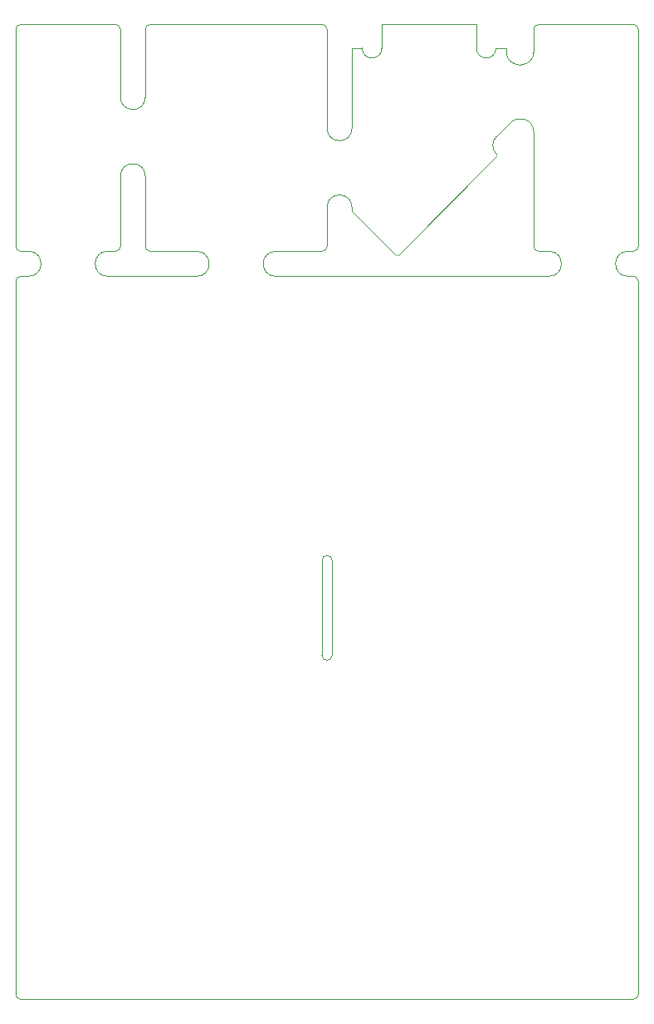
<source format=gm1>
G04 #@! TF.GenerationSoftware,KiCad,Pcbnew,5.1.12-84ad8e8a86~92~ubuntu16.04.1*
G04 #@! TF.CreationDate,2022-06-26T12:08:55+02:00*
G04 #@! TF.ProjectId,LedBar,4c656442-6172-42e6-9b69-6361645f7063,rev?*
G04 #@! TF.SameCoordinates,Original*
G04 #@! TF.FileFunction,Profile,NP*
%FSLAX46Y46*%
G04 Gerber Fmt 4.6, Leading zero omitted, Abs format (unit mm)*
G04 Created by KiCad (PCBNEW 5.1.12-84ad8e8a86~92~ubuntu16.04.1) date 2022-06-26 12:08:55*
%MOMM*%
%LPD*%
G01*
G04 APERTURE LIST*
G04 #@! TA.AperFunction,Profile*
%ADD10C,0.050000*%
G04 #@! TD*
G04 APERTURE END LIST*
D10*
X168401999Y-58674001D02*
G75*
G02*
X168401999Y-58927999I-126999J-126999D01*
G01*
X158368999Y-68960999D02*
G75*
G02*
X158115001Y-68960999I-126999J126999D01*
G01*
X168402000Y-58674000D02*
G75*
G02*
X168402000Y-56896000I889000J889000D01*
G01*
X169672000Y-55626000D02*
X168402000Y-56896000D01*
X153670000Y-64516000D02*
X158115000Y-68961000D01*
X158369000Y-68961000D02*
X168402000Y-58928000D01*
X119888000Y-144780000D02*
G75*
G02*
X119380000Y-144272000I0J508000D01*
G01*
X182880000Y-144272000D02*
G75*
G02*
X182372000Y-144780000I-508000J0D01*
G01*
X182372000Y-71120000D02*
G75*
G02*
X182880000Y-71628000I0J-508000D01*
G01*
X182880000Y-68072000D02*
G75*
G02*
X182372000Y-68580000I-508000J0D01*
G01*
X172720000Y-68580000D02*
G75*
G02*
X172212000Y-68072000I0J508000D01*
G01*
X182372000Y-45466000D02*
G75*
G02*
X182880000Y-45974000I0J-508000D01*
G01*
X172212000Y-45974000D02*
G75*
G02*
X172720000Y-45466000I508000J0D01*
G01*
X151130000Y-68072000D02*
G75*
G02*
X150622000Y-68580000I-508000J0D01*
G01*
X150622000Y-45466000D02*
G75*
G02*
X151130000Y-45974000I0J-508000D01*
G01*
X132588000Y-45974000D02*
G75*
G02*
X133096000Y-45466000I508000J0D01*
G01*
X133096000Y-68580000D02*
G75*
G02*
X132588000Y-68072000I0J508000D01*
G01*
X130048000Y-68072000D02*
G75*
G02*
X129540000Y-68580000I-508000J0D01*
G01*
X129540000Y-45466000D02*
G75*
G02*
X130048000Y-45974000I0J-508000D01*
G01*
X119380000Y-45974000D02*
G75*
G02*
X119888000Y-45466000I508000J0D01*
G01*
X119380000Y-71628000D02*
G75*
G02*
X119888000Y-71120000I508000J0D01*
G01*
X119888000Y-68580000D02*
G75*
G02*
X119380000Y-68072000I0J508000D01*
G01*
X182245000Y-71120000D02*
X182372000Y-71120000D01*
X173355000Y-68580000D02*
X172720000Y-68580000D01*
X182245000Y-68580000D02*
X182372000Y-68580000D01*
X172212000Y-56769000D02*
X172212000Y-68072000D01*
X182880000Y-45974000D02*
X182880000Y-68072000D01*
X172720000Y-45466000D02*
X182372000Y-45466000D01*
X172212000Y-47879000D02*
X172212000Y-45974000D01*
X120269000Y-71120000D02*
X119888000Y-71120000D01*
X119888000Y-68580000D02*
X120269000Y-68580000D01*
X153670000Y-47879000D02*
X153670000Y-55626000D01*
X151130000Y-45974000D02*
X151130000Y-55626000D01*
X132588000Y-52451000D02*
X132588000Y-45974000D01*
X146304000Y-68580000D02*
X150622000Y-68580000D01*
X133096000Y-68580000D02*
X137414000Y-68580000D01*
X132588000Y-61341000D02*
X132588000Y-68072000D01*
X129159000Y-71120000D02*
X137414000Y-71120000D01*
X130048000Y-61341000D02*
X130048000Y-68072000D01*
X130048000Y-45974000D02*
X130048000Y-52451000D01*
X129159000Y-68580000D02*
X129540000Y-68580000D01*
X146304000Y-71120000D02*
X173355000Y-71120000D01*
X119380000Y-68072000D02*
X119380000Y-45974000D01*
X151130000Y-64516000D02*
X151130000Y-68072000D01*
X133096000Y-45466000D02*
X150622000Y-45466000D01*
X119888000Y-45466000D02*
X129540000Y-45466000D01*
X119380000Y-144272000D02*
X119380000Y-71628000D01*
X182372000Y-144780000D02*
X119888000Y-144780000D01*
X182880000Y-71628000D02*
X182880000Y-144272000D01*
X150610000Y-109728000D02*
X150610000Y-100076000D01*
X151650000Y-109728000D02*
X151650000Y-100076000D01*
X151650000Y-109728000D02*
G75*
G02*
X150610000Y-109728000I-520000J0D01*
G01*
X150610000Y-100076000D02*
G75*
G02*
X151650000Y-100076000I520000J0D01*
G01*
X169418000Y-47879000D02*
X168370000Y-47879000D01*
X154718000Y-47879000D02*
X153670000Y-47879000D01*
X156718000Y-45466000D02*
X166370000Y-45466000D01*
X166370000Y-45466000D02*
X166370000Y-47879000D01*
X156718000Y-47879000D02*
X156718000Y-45466000D01*
X154718000Y-47879000D02*
G75*
G03*
X156718000Y-47879000I1000000J0D01*
G01*
X166370000Y-47879000D02*
G75*
G03*
X168370000Y-47879000I1000000J0D01*
G01*
X120684000Y-71120000D02*
X120269000Y-71120000D01*
X120684000Y-68580000D02*
X120269000Y-68580000D01*
X128744000Y-68580000D02*
X129159000Y-68580000D01*
X128744000Y-71120000D02*
X129159000Y-71120000D01*
X128744000Y-71120000D02*
G75*
G02*
X128744000Y-68580000I0J1270000D01*
G01*
X120684000Y-68580000D02*
G75*
G02*
X120684000Y-71120000I0J-1270000D01*
G01*
X132588000Y-60926000D02*
X132588000Y-61341000D01*
X130048000Y-60926000D02*
X130048000Y-61341000D01*
X130048000Y-52866000D02*
X130048000Y-52451000D01*
X132588000Y-52866000D02*
X132588000Y-52451000D01*
X132588000Y-52866000D02*
G75*
G02*
X130048000Y-52866000I-1270000J0D01*
G01*
X130048000Y-60926000D02*
G75*
G02*
X132588000Y-60926000I1270000J0D01*
G01*
X145889000Y-71120000D02*
X146304000Y-71120000D01*
X145889000Y-68580000D02*
X146304000Y-68580000D01*
X137829000Y-68580000D02*
X137414000Y-68580000D01*
X137829000Y-71120000D02*
X137414000Y-71120000D01*
X137829000Y-68580000D02*
G75*
G02*
X137829000Y-71120000I0J-1270000D01*
G01*
X145889000Y-71120000D02*
G75*
G02*
X145889000Y-68580000I0J1270000D01*
G01*
X153670000Y-64101000D02*
X153670000Y-64516000D01*
X151130000Y-64101000D02*
X151130000Y-64516000D01*
X151130000Y-56041000D02*
X151130000Y-55626000D01*
X153670000Y-56041000D02*
X153670000Y-55626000D01*
X153670000Y-56041000D02*
G75*
G02*
X151130000Y-56041000I-1270000J0D01*
G01*
X151130000Y-64101000D02*
G75*
G02*
X153670000Y-64101000I1270000J0D01*
G01*
X172212000Y-56354000D02*
X172212000Y-56769000D01*
X169418000Y-48294000D02*
X169418000Y-47879000D01*
X172212000Y-48294000D02*
X172212000Y-47879000D01*
X170688000Y-49564000D02*
X170942000Y-49564000D01*
X170942000Y-55084000D02*
X170747826Y-55084000D01*
X169849800Y-55455974D02*
X169672000Y-55626000D01*
X169849800Y-55455974D02*
G75*
G02*
X170747826Y-55084000I898026J-898026D01*
G01*
X170688000Y-49564000D02*
G75*
G02*
X169418000Y-48294000I0J1270000D01*
G01*
X172212000Y-48294000D02*
G75*
G02*
X170942000Y-49564000I-1270000J0D01*
G01*
X170942000Y-55084000D02*
G75*
G02*
X172212000Y-56354000I0J-1270000D01*
G01*
X181830000Y-71120000D02*
X182245000Y-71120000D01*
X181830000Y-68580000D02*
X182245000Y-68580000D01*
X173770000Y-68580000D02*
X173355000Y-68580000D01*
X173770000Y-71120000D02*
X173355000Y-71120000D01*
X173770000Y-68580000D02*
G75*
G02*
X173770000Y-71120000I0J-1270000D01*
G01*
X181830000Y-71120000D02*
G75*
G02*
X181830000Y-68580000I0J1270000D01*
G01*
M02*

</source>
